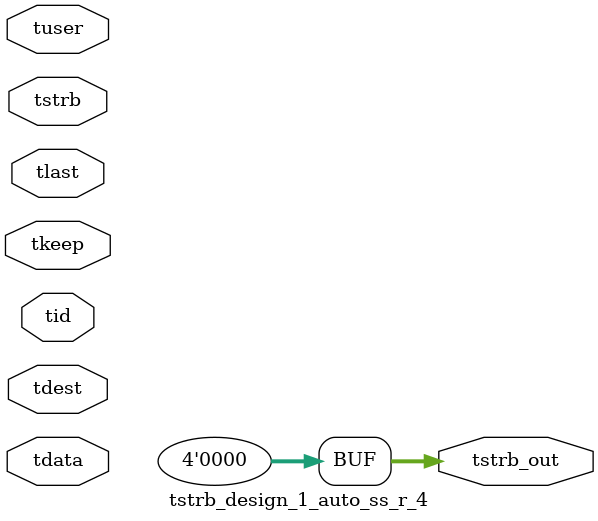
<source format=v>


`timescale 1ps/1ps

module tstrb_design_1_auto_ss_r_4 #
(
parameter C_S_AXIS_TDATA_WIDTH = 32,
parameter C_S_AXIS_TUSER_WIDTH = 0,
parameter C_S_AXIS_TID_WIDTH   = 0,
parameter C_S_AXIS_TDEST_WIDTH = 0,
parameter C_M_AXIS_TDATA_WIDTH = 32
)
(
input  [(C_S_AXIS_TDATA_WIDTH == 0 ? 1 : C_S_AXIS_TDATA_WIDTH)-1:0     ] tdata,
input  [(C_S_AXIS_TUSER_WIDTH == 0 ? 1 : C_S_AXIS_TUSER_WIDTH)-1:0     ] tuser,
input  [(C_S_AXIS_TID_WIDTH   == 0 ? 1 : C_S_AXIS_TID_WIDTH)-1:0       ] tid,
input  [(C_S_AXIS_TDEST_WIDTH == 0 ? 1 : C_S_AXIS_TDEST_WIDTH)-1:0     ] tdest,
input  [(C_S_AXIS_TDATA_WIDTH/8)-1:0 ] tkeep,
input  [(C_S_AXIS_TDATA_WIDTH/8)-1:0 ] tstrb,
input                                                                    tlast,
output [(C_M_AXIS_TDATA_WIDTH/8)-1:0 ] tstrb_out
);

assign tstrb_out = {1'b0};

endmodule


</source>
